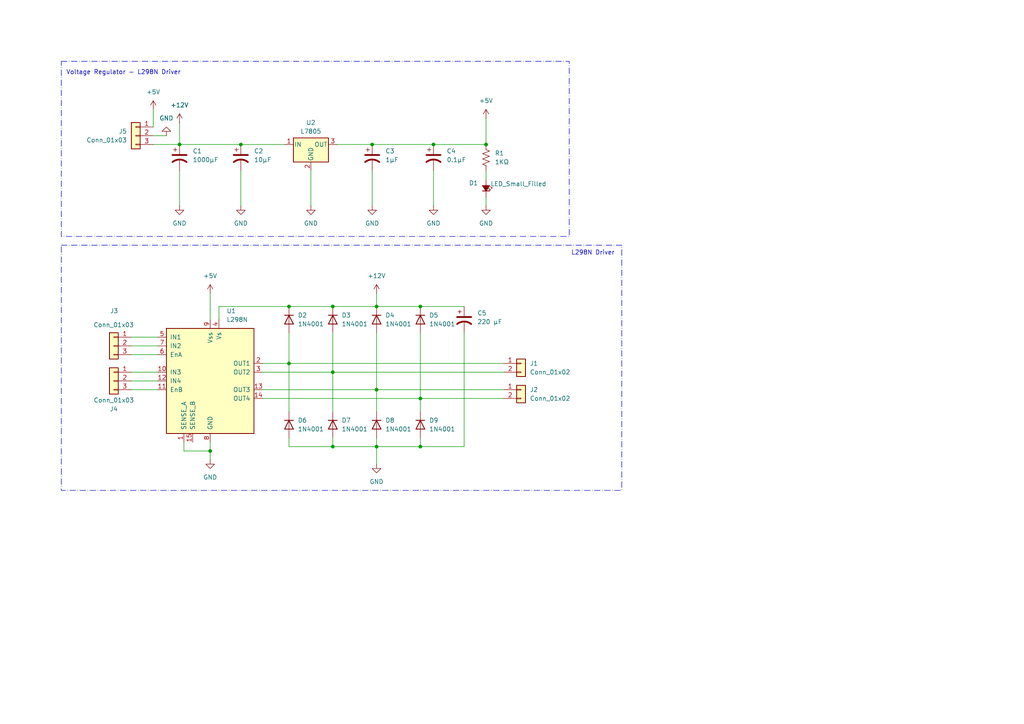
<source format=kicad_sch>
(kicad_sch (version 20231120) (generator "eeschema") (generator_version "8.0")
  (paper "A4")
  (lib_symbols
    (symbol "Connector_Generic:Conn_01x02" (pin_names (offset 1.016) hide)
      (property "Reference" "J" (at 0 2.54 0))
      (property "Value" "Conn_01x02" (at 0 -5.08 0))
      (symbol "Conn_01x02_1_1"
        (rectangle (start -1.27 -2.413) (end 0 -2.667) (stroke (width 0.1524)))
        (rectangle (start -1.27 0.127) (end 0 -0.127) (stroke (width 0.1524)))
        (rectangle (start -1.27 1.27) (end 1.27 -3.81) (stroke (width 0.254)) (fill (type background)))
        (pin passive line (at -5.08 0 0) (length 3.81) (name "Pin_1") (number "1"))
        (pin passive line (at -5.08 -2.54 0) (length 3.81) (name "Pin_2") (number "2"))
      )
    )
    (symbol "Connector_Generic:Conn_01x03" (pin_names (offset 1.016) hide)
      (property "Reference" "J" (at 0 5.08 0))
      (property "Value" "Conn_01x03" (at 0 -5.08 0))
      (symbol "Conn_01x03_1_1"
        (rectangle (start -1.27 -2.413) (end 0 -2.667) (stroke (width 0.1524)))
        (rectangle (start -1.27 0.127) (end 0 -0.127) (stroke (width 0.1524)))
        (rectangle (start -1.27 2.667) (end 0 2.413) (stroke (width 0.1524)))
        (rectangle (start -1.27 3.81) (end 1.27 -3.81) (stroke (width 0.254)) (fill (type background)))
        (pin passive line (at -5.08 2.54 0) (length 3.81) (name "Pin_1") (number "1"))
        (pin passive line (at -5.08 0 0) (length 3.81) (name "Pin_2") (number "2"))
        (pin passive line (at -5.08 -2.54 0) (length 3.81) (name "Pin_3") (number "3"))
      )
    )
    (symbol "Device:C_Polarized_US" (pin_numbers hide) (pin_names (offset 0.254) hide)
      (property "Reference" "C" (at 0.635 2.54 0))
      (property "Value" "C_Polarized_US" (at 0.635 -2.54 0))
      (symbol "C_Polarized_US_0_1"
        (polyline (pts (xy -2.032 0.762) (xy 2.032 0.762)) (stroke (width 0.508)))
        (polyline (pts (xy -1.778 2.286) (xy -0.762 2.286)))
        (polyline (pts (xy -1.27 1.778) (xy -1.27 2.794)))
        (arc (start 2.032 -1.27) (mid 0 -0.5572) (end -2.032 -1.27) (stroke (width 0.508)))
      )
      (symbol "C_Polarized_US_1_1"
        (pin passive line (at 0 3.81 270) (length 2.794) (name "~") (number "1"))
        (pin passive line (at 0 -3.81 90) (length 3.302) (name "~") (number "2"))
      )
    )
    (symbol "Device:LED_Small_Filled" (pin_numbers hide) (pin_names (offset 0.254) hide)
      (property "Reference" "D" (at -1.27 3.175 0))
      (property "Value" "LED_Small_Filled" (at -4.445 -2.54 0))
      (symbol "LED_Small_Filled_0_1"
        (polyline (pts (xy -0.762 -1.016) (xy -0.762 1.016)) (stroke (width 0.254)))
        (polyline (pts (xy 1.016 0) (xy -0.762 0)))
        (polyline (pts (xy 0.762 -1.016) (xy -0.762 0) (xy 0.762 1.016) (xy 0.762 -1.016)) (stroke (width 0.254)) (fill (type outline)))
        (polyline (pts (xy 0 0.762) (xy -0.508 1.27) (xy -0.254 1.27) (xy -0.508 1.27) (xy -0.508 1.016)))
        (polyline (pts (xy 0.508 1.27) (xy 0 1.778) (xy 0.254 1.778) (xy 0 1.778) (xy 0 1.524)))
      )
      (symbol "LED_Small_Filled_1_1"
        (pin passive line (at -2.54 0 0) (length 1.778) (name "K") (number "1"))
        (pin passive line (at 2.54 0 180) (length 1.778) (name "A") (number "2"))
      )
    )
    (symbol "Device:R_US" (pin_numbers hide) (pin_names (offset 0))
      (property "Reference" "R" (at 2.54 0 90))
      (property "Value" "R_US" (at -2.54 0 90))
      (symbol "R_US_0_1"
        (polyline (pts (xy 0 -2.286) (xy 0 -2.54)))
        (polyline (pts (xy 0 2.286) (xy 0 2.54)))
        (polyline (pts (xy 0 -0.762) (xy 1.016 -1.143) (xy 0 -1.524) (xy -1.016 -1.905) (xy 0 -2.286)))
        (polyline (pts (xy 0 0.762) (xy 1.016 0.381) (xy 0 0) (xy -1.016 -0.381) (xy 0 -0.762)))
        (polyline (pts (xy 0 2.286) (xy 1.016 1.905) (xy 0 1.524) (xy -1.016 1.143) (xy 0 0.762)))
      )
      (symbol "R_US_1_1"
        (pin passive line (at 0 3.81 270) (length 1.27) (name "~") (number "1"))
        (pin passive line (at 0 -3.81 90) (length 1.27) (name "~") (number "2"))
      )
    )
    (symbol "Diode:1N4001" (pin_numbers hide) (pin_names hide)
      (property "Reference" "D" (at 0 2.54 0))
      (property "Value" "1N4001" (at 0 -2.54 0))
      (symbol "1N4001_0_1"
        (polyline (pts (xy -1.27 1.27) (xy -1.27 -1.27)) (stroke (width 0.254)))
        (polyline (pts (xy 1.27 0) (xy -1.27 0)))
        (polyline (pts (xy 1.27 1.27) (xy 1.27 -1.27) (xy -1.27 0) (xy 1.27 1.27)) (stroke (width 0.254)))
      )
      (symbol "1N4001_1_1"
        (pin passive line (at -3.81 0 0) (length 2.54) (name "K") (number "1"))
        (pin passive line (at 3.81 0 180) (length 2.54) (name "A") (number "2"))
      )
    )
    (symbol "Driver_Motor:L298N" (pin_names (offset 1.016))
      (property "Reference" "U" (at -10.16 16.51 0))
      (property "Value" "L298N" (at 12.7 16.51 0))
      (symbol "L298N_0_1"
        (rectangle (start -12.7 15.24) (end 12.7 -15.24) (stroke (width 0.254)) (fill (type background)))
      )
      (symbol "L298N_1_1"
        (pin power_in line (at -7.62 -17.78 90) (length 2.54) (name "SENSE_A") (number "1"))
        (pin input line (at -15.24 2.54 0) (length 2.54) (name "IN3") (number "10"))
        (pin input line (at -15.24 -2.54 0) (length 2.54) (name "EnB") (number "11"))
        (pin input line (at -15.24 0 0) (length 2.54) (name "IN4") (number "12"))
        (pin output line (at 15.24 -2.54 180) (length 2.54) (name "OUT3") (number "13"))
        (pin output line (at 15.24 -5.08 180) (length 2.54) (name "OUT4") (number "14"))
        (pin power_in line (at -5.08 -17.78 90) (length 2.54) (name "SENSE_B") (number "15"))
        (pin output line (at 15.24 5.08 180) (length 2.54) (name "OUT1") (number "2"))
        (pin output line (at 15.24 2.54 180) (length 2.54) (name "OUT2") (number "3"))
        (pin power_in line (at 2.54 17.78 270) (length 2.54) (name "Vs") (number "4"))
        (pin input line (at -15.24 12.7 0) (length 2.54) (name "IN1") (number "5"))
        (pin input line (at -15.24 7.62 0) (length 2.54) (name "EnA") (number "6"))
        (pin input line (at -15.24 10.16 0) (length 2.54) (name "IN2") (number "7"))
        (pin power_in line (at 0 -17.78 90) (length 2.54) (name "GND") (number "8"))
        (pin power_in line (at 0 17.78 270) (length 2.54) (name "Vss") (number "9"))
      )
    )
    (symbol "Regulator_Linear:L7805" (pin_names (offset 0.254))
      (property "Reference" "U" (at -3.81 3.175 0))
      (property "Value" "L7805" (at 0 3.175 0))
      (symbol "L7805_0_1"
        (rectangle (start -5.08 1.905) (end 5.08 -5.08) (stroke (width 0.254)) (fill (type background)))
      )
      (symbol "L7805_1_1"
        (pin power_in line (at -7.62 0 0) (length 2.54) (name "IN") (number "1"))
        (pin power_in line (at 0 -7.62 90) (length 2.54) (name "GND") (number "2"))
        (pin power_out line (at 7.62 0 180) (length 2.54) (name "OUT") (number "3"))
      )
    )
    (symbol "power:+12V" (power) (pin_numbers hide) (pin_names (offset 0) hide)
      (property "Value" "+12V" (at 0 3.556 0))
      (symbol "+12V_0_1"
        (polyline (pts (xy -0.762 1.27) (xy 0 2.54)))
        (polyline (pts (xy 0 0) (xy 0 2.54)))
        (polyline (pts (xy 0 2.54) (xy 0.762 1.27)))
      )
      (symbol "+12V_1_1"
        (pin power_in line (at 0 0 90) (length 0) (name "~") (number "1"))
      )
    )
    (symbol "power:+5V" (power) (pin_numbers hide) (pin_names (offset 0) hide)
      (property "Value" "+5V" (at 0 3.556 0))
      (symbol "+5V_0_1"
        (polyline (pts (xy -0.762 1.27) (xy 0 2.54)))
        (polyline (pts (xy 0 0) (xy 0 2.54)))
        (polyline (pts (xy 0 2.54) (xy 0.762 1.27)))
      )
      (symbol "+5V_1_1"
        (pin power_in line (at 0 0 90) (length 0) (name "~") (number "1"))
      )
    )
    (symbol "power:GND" (power) (pin_numbers hide) (pin_names (offset 0) hide)
      (property "Value" "GND" (at 0 -3.81 0))
      (symbol "GND_0_1"
        (polyline (pts (xy 0 0) (xy 0 -1.27) (xy 1.27 -1.27) (xy 0 -2.54) (xy -1.27 -1.27) (xy 0 -1.27)))
      )
      (symbol "GND_1_1"
        (pin power_in line (at 0 0 270) (length 0) (name "~") (number "1"))
      )
    )
  )
  (junction (at 140.97 41.91))
  (junction (at 109.22 113.03))
  (junction (at 96.52 129.54))
  (junction (at 83.82 88.9))
  (junction (at 69.85 41.91))
  (junction (at 96.52 88.9))
  (junction (at 96.52 107.95))
  (junction (at 125.73 41.91))
  (junction (at 52.07 41.91))
  (junction (at 107.95 41.91))
  (junction (at 121.92 88.9))
  (junction (at 121.92 129.54))
  (junction (at 109.22 88.9))
  (junction (at 109.22 129.54))
  (junction (at 83.82 105.41))
  (junction (at 121.92 115.57))
  (junction (at 60.96 130.81))
  (wire (pts (xy 53.34 130.81) (xy 60.96 130.81)))
  (wire (pts (xy 76.2 107.95) (xy 96.52 107.95)))
  (wire (pts (xy 96.52 107.95) (xy 146.05 107.95)))
  (wire (pts (xy 83.82 105.41) (xy 146.05 105.41)))
  (wire (pts (xy 38.1 107.95) (xy 45.72 107.95)))
  (wire (pts (xy 83.82 96.52) (xy 83.82 105.41)))
  (wire (pts (xy 44.45 39.37) (xy 48.26 39.37)))
  (wire (pts (xy 60.96 128.27) (xy 60.96 130.81)))
  (wire (pts (xy 109.22 96.52) (xy 109.22 113.03)))
  (wire (pts (xy 134.62 96.52) (xy 134.62 129.54)))
  (wire (pts (xy 60.96 130.81) (xy 60.96 133.35)))
  (wire (pts (xy 96.52 88.9) (xy 109.22 88.9)))
  (wire (pts (xy 83.82 105.41) (xy 83.82 119.38)))
  (wire (pts (xy 76.2 115.57) (xy 121.92 115.57)))
  (wire (pts (xy 109.22 129.54) (xy 109.22 134.62)))
  (wire (pts (xy 44.45 31.75) (xy 44.45 36.83)))
  (wire (pts (xy 38.1 102.87) (xy 45.72 102.87)))
  (wire (pts (xy 125.73 41.91) (xy 140.97 41.91)))
  (wire (pts (xy 76.2 105.41) (xy 83.82 105.41)))
  (wire (pts (xy 140.97 34.29) (xy 140.97 41.91)))
  (wire (pts (xy 83.82 88.9) (xy 96.52 88.9)))
  (wire (pts (xy 96.52 129.54) (xy 109.22 129.54)))
  (wire (pts (xy 121.92 129.54) (xy 109.22 129.54)))
  (wire (pts (xy 52.07 35.56) (xy 52.07 41.91)))
  (wire (pts (xy 107.95 41.91) (xy 125.73 41.91)))
  (wire (pts (xy 121.92 115.57) (xy 121.92 119.38)))
  (wire (pts (xy 38.1 97.79) (xy 45.72 97.79)))
  (wire (pts (xy 60.96 85.09) (xy 60.96 92.71)))
  (wire (pts (xy 38.1 100.33) (xy 45.72 100.33)))
  (wire (pts (xy 140.97 49.53) (xy 140.97 52.07)))
  (wire (pts (xy 44.45 41.91) (xy 52.07 41.91)))
  (wire (pts (xy 53.34 128.27) (xy 53.34 130.81)))
  (wire (pts (xy 96.52 127) (xy 96.52 129.54)))
  (wire (pts (xy 121.92 88.9) (xy 134.62 88.9)))
  (wire (pts (xy 109.22 85.09) (xy 109.22 88.9)))
  (wire (pts (xy 121.92 127) (xy 121.92 129.54)))
  (wire (pts (xy 96.52 107.95) (xy 96.52 119.38)))
  (wire (pts (xy 97.79 41.91) (xy 107.95 41.91)))
  (wire (pts (xy 109.22 88.9) (xy 121.92 88.9)))
  (wire (pts (xy 52.07 41.91) (xy 69.85 41.91)))
  (wire (pts (xy 140.97 57.15) (xy 140.97 59.69)))
  (wire (pts (xy 38.1 113.03) (xy 45.72 113.03)))
  (wire (pts (xy 107.95 49.53) (xy 107.95 59.69)))
  (wire (pts (xy 121.92 129.54) (xy 134.62 129.54)))
  (wire (pts (xy 83.82 129.54) (xy 96.52 129.54)))
  (wire (pts (xy 109.22 113.03) (xy 146.05 113.03)))
  (wire (pts (xy 96.52 96.52) (xy 96.52 107.95)))
  (wire (pts (xy 63.5 92.71) (xy 63.5 88.9)))
  (wire (pts (xy 52.07 49.53) (xy 52.07 59.69)))
  (wire (pts (xy 69.85 49.53) (xy 69.85 59.69)))
  (wire (pts (xy 38.1 110.49) (xy 45.72 110.49)))
  (wire (pts (xy 121.92 115.57) (xy 146.05 115.57)))
  (wire (pts (xy 90.17 49.53) (xy 90.17 59.69)))
  (wire (pts (xy 109.22 113.03) (xy 109.22 119.38)))
  (wire (pts (xy 76.2 113.03) (xy 109.22 113.03)))
  (wire (pts (xy 109.22 127) (xy 109.22 129.54)))
  (wire (pts (xy 63.5 88.9) (xy 83.82 88.9)))
  (wire (pts (xy 83.82 127) (xy 83.82 129.54)))
  (wire (pts (xy 125.73 49.53) (xy 125.73 59.69)))
  (wire (pts (xy 121.92 96.52) (xy 121.92 115.57)))
  (wire (pts (xy 69.85 41.91) (xy 82.55 41.91)))
  (rectangle (start 17.78 71.12) (end 180.34 142.24) (stroke (width 0) (type dash_dot)))
  (rectangle (start 17.78 17.78) (end 165.1 68.58) (stroke (width 0) (type dash_dot)))
  (text "L298N Driver " (at 172.466 73.406 0) (effects (font (size 1.27 1.27))))
  (text "Voltage Regulator - L298N Driver\n" (at 35.814 21.082 0) (effects (font (size 1.27 1.27))))
  (symbol (lib_id "Device:C_Polarized_US") (at 125.73 45.72 0) (unit 1)
    (property "Reference" "C4" (at 129.54 43.8149 0) (effects (justify left)))
    (property "Value" "0.1µF" (at 129.54 46.3549 0) (effects (justify left)))
    (property "Footprint" "Capacitor_SMD:C_0402_1005Metric" (effects (hide yes)))
    (property "Description" "Polarized capacitor, US symbol" (effects (hide yes)))
  )
  (symbol (lib_id "Device:LED_Small_Filled") (at 140.97 54.61 270) (mirror x) (unit 1)
    (property "Reference" "D1" (at 138.684 53.086 90) (effects (justify right)))
    (property "Value" "LED_Small_Filled" (at 158.496 53.34 90) (effects (justify right)))
    (property "Footprint" "LED_SMD:LED_0402_1005Metric_Pad0.77x0.64mm_HandSolder" (effects (hide yes)))
    (property "Description" "Light emitting diode, small symbol, filled shape" (effects (hide yes)))
  )
  (symbol (lib_id "power:GND") (at 90.17 59.69 0) (unit 1)
    (property "Reference" "#PWR09" (effects (hide yes)))
    (property "Value" "GND" (at 90.17 64.77 0))
    (property "Description" "Power symbol creates a global label with name \"GND\" , ground" (effects (hide yes)))
  )
  (symbol (lib_id "Diode:1N4001") (at 83.82 123.19 270) (unit 1)
    (property "Reference" "D6" (at 86.36 121.9199 90) (effects (justify left)))
    (property "Value" "1N4001" (at 86.36 124.4599 90) (effects (justify left)))
    (property "Footprint" "Diode_SMD:D_0603_1608Metric_Pad1.05x0.95mm_HandSolder" (effects (hide yes)))
    (property "Datasheet" "http://www.vishay.com/docs/88503/1n4001.pdf" (effects (hide yes)))
    (property "Description" "50V 1A General Purpose Rectifier Diode, DO-41" (effects (hide yes)))
    (property "Sim.Device" "D" (effects (hide yes)))
    (property "Sim.Pins" "1=K 2=A" (effects (hide yes)))
  )
  (symbol (lib_id "Diode:1N4001") (at 83.82 92.71 270) (unit 1)
    (property "Reference" "D2" (at 86.36 91.4399 90) (effects (justify left)))
    (property "Value" "1N4001" (at 86.36 93.9799 90) (effects (justify left)))
    (property "Footprint" "Diode_SMD:D_0603_1608Metric_Pad1.05x0.95mm_HandSolder" (effects (hide yes)))
    (property "Datasheet" "http://www.vishay.com/docs/88503/1n4001.pdf" (effects (hide yes)))
    (property "Description" "50V 1A General Purpose Rectifier Diode, DO-41" (effects (hide yes)))
    (property "Sim.Device" "D" (effects (hide yes)))
    (property "Sim.Pins" "1=K 2=A" (effects (hide yes)))
  )
  (symbol (lib_id "Device:C_Polarized_US") (at 134.62 92.71 0) (unit 1)
    (property "Reference" "C5" (at 138.43 90.8049 0) (effects (justify left)))
    (property "Value" "220 µF" (at 138.43 93.3449 0) (effects (justify left)))
    (property "Footprint" "Capacitor_SMD:C_0805_2012Metric" (effects (hide yes)))
    (property "Description" "Polarized capacitor, US symbol" (effects (hide yes)))
  )
  (symbol (lib_id "power:GND") (at 52.07 59.69 0) (unit 1)
    (property "Reference" "#PWR06" (effects (hide yes)))
    (property "Value" "GND" (at 52.07 64.77 0))
    (property "Description" "Power symbol creates a global label with name \"GND\" , ground" (effects (hide yes)))
  )
  (symbol (lib_id "power:GND") (at 140.97 59.69 0) (unit 1)
    (property "Reference" "#PWR05" (effects (hide yes)))
    (property "Value" "GND" (at 140.97 64.77 0))
    (property "Description" "Power symbol creates a global label with name \"GND\" , ground" (effects (hide yes)))
  )
  (symbol (lib_id "Diode:1N4001") (at 109.22 92.71 270) (unit 1)
    (property "Reference" "D4" (at 111.76 91.4399 90) (effects (justify left)))
    (property "Value" "1N4001" (at 111.76 93.9799 90) (effects (justify left)))
    (property "Footprint" "Diode_SMD:D_0603_1608Metric_Pad1.05x0.95mm_HandSolder" (effects (hide yes)))
    (property "Datasheet" "http://www.vishay.com/docs/88503/1n4001.pdf" (effects (hide yes)))
    (property "Description" "50V 1A General Purpose Rectifier Diode, DO-41" (effects (hide yes)))
    (property "Sim.Device" "D" (effects (hide yes)))
    (property "Sim.Pins" "1=K 2=A" (effects (hide yes)))
  )
  (symbol (lib_id "power:+12V") (at 109.22 85.09 0) (unit 1)
    (property "Reference" "#PWR010" (effects (hide yes)))
    (property "Value" "+12V" (at 109.22 80.01 0))
    (property "Description" "Power symbol creates a global label with name \"+12V\"" (effects (hide yes)))
  )
  (symbol (lib_id "Regulator_Linear:L7805") (at 90.17 41.91 0) (unit 1)
    (property "Reference" "U2" (at 90.17 35.56 0))
    (property "Value" "L7805" (at 90.17 38.1 0))
    (property "Footprint" "Package_TO_SOT_THT:TO-262-3-1EP_Horizontal_TabDown" (effects (hide yes)))
    (property "Datasheet" "http://www.st.com/content/ccc/resource/technical/document/datasheet/41/4f/b3/b0/12/d4/47/88/CD00000444.pdf/files/CD00000444.pdf/jcr:content/translations/en.CD00000444.pdf" (effects (hide yes)))
    (property "Description" "Positive 1.5A 35V Linear Regulator, Fixed Output 5V, TO-220/TO-263/TO-252" (effects (hide yes)))
  )
  (symbol (lib_id "Driver_Motor:L298N") (at 60.96 110.49 0) (unit 1)
    (property "Reference" "U1" (at 65.6941 90.17 0) (effects (justify left)))
    (property "Value" "L298N" (at 65.6941 92.71 0) (effects (justify left)))
    (property "Footprint" "footprints:Multiwatt15_V_STM" (effects (hide yes)))
    (property "Datasheet" "http://www.st.com/st-web-ui/static/active/en/resource/technical/document/datasheet/CD00000240.pdf" (effects (hide yes)))
    (property "Description" "Dual full bridge motor driver, up to 46V, 4A, Multiwatt15-V" (effects (hide yes)))
  )
  (symbol (lib_id "Connector_Generic:Conn_01x03") (at 39.37 39.37 0) (mirror y) (unit 1)
    (property "Reference" "J5" (at 36.83 38.0999 0) (effects (justify left)))
    (property "Value" "Conn_01x03" (at 36.83 40.6399 0) (effects (justify left)))
    (property "Footprint" "TerminalBlock_Phoenix:TerminalBlock_Phoenix_MKDS-1,5-3-5.08_1x03_P5.08mm_Horizontal" (effects (hide yes)))
    (property "Description" "Generic connector, single row, 01x03, script generated (kicad-library-utils/schlib/autogen/connector/)" (effects (hide yes)))
  )
  (symbol (lib_id "power:GND") (at 125.73 59.69 0) (unit 1)
    (property "Reference" "#PWR02" (effects (hide yes)))
    (property "Value" "GND" (at 125.73 64.77 0))
    (property "Description" "Power symbol creates a global label with name \"GND\" , ground" (effects (hide yes)))
  )
  (symbol (lib_id "Diode:1N4001") (at 96.52 92.71 270) (unit 1)
    (property "Reference" "D3" (at 99.06 91.4399 90) (effects (justify left)))
    (property "Value" "1N4001" (at 99.06 93.9799 90) (effects (justify left)))
    (property "Footprint" "Diode_SMD:D_0603_1608Metric_Pad1.05x0.95mm_HandSolder" (effects (hide yes)))
    (property "Datasheet" "http://www.vishay.com/docs/88503/1n4001.pdf" (effects (hide yes)))
    (property "Description" "50V 1A General Purpose Rectifier Diode, DO-41" (effects (hide yes)))
    (property "Sim.Device" "D" (effects (hide yes)))
    (property "Sim.Pins" "1=K 2=A" (effects (hide yes)))
  )
  (symbol (lib_id "Device:C_Polarized_US") (at 52.07 45.72 0) (unit 1)
    (property "Reference" "C1" (at 55.88 43.8149 0) (effects (justify left)))
    (property "Value" "1000µF" (at 55.88 46.3549 0) (effects (justify left)))
    (property "Footprint" "Capacitor_THT:CP_Radial_D5.0mm_P2.50mm" (effects (hide yes)))
    (property "Description" "Polarized capacitor, US symbol" (effects (hide yes)))
  )
  (symbol (lib_id "power:GND") (at 60.96 133.35 0) (unit 1)
    (property "Reference" "#PWR03" (effects (hide yes)))
    (property "Value" "GND" (at 60.96 138.43 0))
    (property "Description" "Power symbol creates a global label with name \"GND\" , ground" (effects (hide yes)))
  )
  (symbol (lib_id "power:GND") (at 109.22 134.62 0) (unit 1)
    (property "Reference" "#PWR04" (effects (hide yes)))
    (property "Value" "GND" (at 109.22 139.7 0))
    (property "Description" "Power symbol creates a global label with name \"GND\" , ground" (effects (hide yes)))
  )
  (symbol (lib_id "power:+12V") (at 52.07 35.56 0) (unit 1)
    (property "Reference" "#PWR013" (effects (hide yes)))
    (property "Value" "+12V" (at 52.07 30.48 0))
    (property "Description" "Power symbol creates a global label with name \"+12V\"" (effects (hide yes)))
  )
  (symbol (lib_id "Diode:1N4001") (at 121.92 92.71 270) (unit 1)
    (property "Reference" "D5" (at 124.46 91.4399 90) (effects (justify left)))
    (property "Value" "1N4001" (at 124.46 93.9799 90) (effects (justify left)))
    (property "Footprint" "Diode_SMD:D_0603_1608Metric_Pad1.05x0.95mm_HandSolder" (effects (hide yes)))
    (property "Datasheet" "http://www.vishay.com/docs/88503/1n4001.pdf" (effects (hide yes)))
    (property "Description" "50V 1A General Purpose Rectifier Diode, DO-41" (effects (hide yes)))
    (property "Sim.Device" "D" (effects (hide yes)))
    (property "Sim.Pins" "1=K 2=A" (effects (hide yes)))
  )
  (symbol (lib_id "Device:R_US") (at 140.97 45.72 0) (unit 1)
    (property "Reference" "R1" (at 143.51 44.4499 0) (effects (justify left)))
    (property "Value" "1KΩ" (at 143.51 46.9899 0) (effects (justify left)))
    (property "Footprint" "Resistor_SMD:R_0805_2012Metric" (effects (hide yes)))
    (property "Description" "Resistor, US symbol" (effects (hide yes)))
  )
  (symbol (lib_id "power:GND") (at 69.85 59.69 0) (unit 1)
    (property "Reference" "#PWR07" (effects (hide yes)))
    (property "Value" "GND" (at 69.85 64.77 0))
    (property "Description" "Power symbol creates a global label with name \"GND\" , ground" (effects (hide yes)))
  )
  (symbol (lib_id "Device:C_Polarized_US") (at 107.95 45.72 0) (unit 1)
    (property "Reference" "C3" (at 111.76 43.8149 0) (effects (justify left)))
    (property "Value" "1µF" (at 111.76 46.3549 0) (effects (justify left)))
    (property "Footprint" "Capacitor_SMD:C_0402_1005Metric" (effects (hide yes)))
    (property "Description" "Polarized capacitor, US symbol" (effects (hide yes)))
  )
  (symbol (lib_id "Diode:1N4001") (at 96.52 123.19 270) (unit 1)
    (property "Reference" "D7" (at 99.06 121.9199 90) (effects (justify left)))
    (property "Value" "1N4001" (at 99.06 124.4599 90) (effects (justify left)))
    (property "Footprint" "Diode_SMD:D_0603_1608Metric_Pad1.05x0.95mm_HandSolder" (effects (hide yes)))
    (property "Datasheet" "http://www.vishay.com/docs/88503/1n4001.pdf" (effects (hide yes)))
    (property "Description" "50V 1A General Purpose Rectifier Diode, DO-41" (effects (hide yes)))
    (property "Sim.Device" "D" (effects (hide yes)))
    (property "Sim.Pins" "1=K 2=A" (effects (hide yes)))
  )
  (symbol (lib_id "power:GND") (at 107.95 59.69 0) (unit 1)
    (property "Reference" "#PWR01" (effects (hide yes)))
    (property "Value" "GND" (at 107.95 64.77 0))
    (property "Description" "Power symbol creates a global label with name \"GND\" , ground" (effects (hide yes)))
  )
  (symbol (lib_id "Connector_Generic:Conn_01x02") (at 151.13 113.03 0) (unit 1)
    (property "Reference" "J2" (at 153.67 113.0299 0) (effects (justify left)))
    (property "Value" "Conn_01x02" (at 153.67 115.5699 0) (effects (justify left)))
    (property "Footprint" "TerminalBlock_Phoenix:TerminalBlock_Phoenix_MKDS-1,5-2_1x02_P5.00mm_Horizontal" (effects (hide yes)))
    (property "Description" "Generic connector, single row, 01x02, script generated (kicad-library-utils/schlib/autogen/connector/)" (effects (hide yes)))
  )
  (symbol (lib_id "Connector_Generic:Conn_01x03") (at 33.02 110.49 0) (mirror y) (unit 1)
    (property "Reference" "J4" (at 33.02 118.618 0))
    (property "Value" "Conn_01x03" (at 33.02 116.078 0))
    (property "Footprint" "Connector_PinSocket_1.00mm:PinSocket_1x03_P1.00mm_Vertical" (effects (hide yes)))
    (property "Description" "Generic connector, single row, 01x03, script generated (kicad-library-utils/schlib/autogen/connector/)" (effects (hide yes)))
  )
  (symbol (lib_id "power:+5V") (at 140.97 34.29 0) (unit 1)
    (property "Reference" "#PWR012" (effects (hide yes)))
    (property "Value" "+5V" (at 140.97 29.21 0))
    (property "Description" "Power symbol creates a global label with name \"+5V\"" (effects (hide yes)))
  )
  (symbol (lib_id "power:+5V") (at 44.45 31.75 0) (unit 1)
    (property "Reference" "#PWR014" (effects (hide yes)))
    (property "Value" "+5V" (at 44.45 26.67 0))
    (property "Description" "Power symbol creates a global label with name \"+5V\"" (effects (hide yes)))
  )
  (symbol (lib_id "Connector_Generic:Conn_01x03") (at 33.02 100.33 0) (mirror y) (unit 1)
    (property "Reference" "J3" (at 34.29 90.17 0) (effects (justify left)))
    (property "Value" "Conn_01x03" (at 38.862 94.234 0) (effects (justify left)))
    (property "Footprint" "Connector_PinSocket_1.00mm:PinSocket_1x03_P1.00mm_Vertical" (effects (hide yes)))
    (property "Description" "Generic connector, single row, 01x03, script generated (kicad-library-utils/schlib/autogen/connector/)" (effects (hide yes)))
  )
  (symbol (lib_id "Device:C_Polarized_US") (at 69.85 45.72 0) (unit 1)
    (property "Reference" "C2" (at 73.66 43.8149 0) (effects (justify left)))
    (property "Value" "10µF" (at 73.66 46.3549 0) (effects (justify left)))
    (property "Footprint" "Capacitor_THT:CP_Radial_D4.0mm_P1.50mm" (effects (hide yes)))
    (property "Description" "Polarized capacitor, US symbol" (effects (hide yes)))
  )
  (symbol (lib_id "power:+5V") (at 60.96 85.09 0) (unit 1)
    (property "Reference" "#PWR011" (effects (hide yes)))
    (property "Value" "+5V" (at 60.96 80.01 0))
    (property "Description" "Power symbol creates a global label with name \"+5V\"" (effects (hide yes)))
  )
  (symbol (lib_id "power:GND") (at 48.26 39.37 180) (unit 1)
    (property "Reference" "#PWR08" (effects (hide yes)))
    (property "Value" "GND" (at 48.26 34.29 0))
    (property "Description" "Power symbol creates a global label with name \"GND\" , ground" (effects (hide yes)))
  )
  (symbol (lib_id "Diode:1N4001") (at 121.92 123.19 270) (unit 1)
    (property "Reference" "D9" (at 124.46 121.9199 90) (effects (justify left)))
    (property "Value" "1N4001" (at 124.46 124.4599 90) (effects (justify left)))
    (property "Footprint" "Diode_SMD:D_0603_1608Metric_Pad1.05x0.95mm_HandSolder" (effects (hide yes)))
    (property "Datasheet" "http://www.vishay.com/docs/88503/1n4001.pdf" (effects (hide yes)))
    (property "Description" "50V 1A General Purpose Rectifier Diode, DO-41" (effects (hide yes)))
    (property "Sim.Device" "D" (effects (hide yes)))
    (property "Sim.Pins" "1=K 2=A" (effects (hide yes)))
  )
  (symbol (lib_id "Connector_Generic:Conn_01x02") (at 151.13 105.41 0) (unit 1)
    (property "Reference" "J1" (at 153.67 105.4099 0) (effects (justify left)))
    (property "Value" "Conn_01x02" (at 153.67 107.9499 0) (effects (justify left)))
    (property "Footprint" "TerminalBlock_Phoenix:TerminalBlock_Phoenix_MKDS-1,5-2_1x02_P5.00mm_Horizontal" (effects (hide yes)))
    (property "Description" "Generic connector, single row, 01x02, script generated (kicad-library-utils/schlib/autogen/connector/)" (effects (hide yes)))
  )
  (symbol (lib_id "Diode:1N4001") (at 109.22 123.19 270) (unit 1)
    (property "Reference" "D8" (at 111.76 121.9199 90) (effects (justify left)))
    (property "Value" "1N4001" (at 111.76 124.4599 90) (effects (justify left)))
    (property "Footprint" "Diode_SMD:D_0603_1608Metric_Pad1.05x0.95mm_HandSolder" (effects (hide yes)))
    (property "Datasheet" "http://www.vishay.com/docs/88503/1n4001.pdf" (effects (hide yes)))
    (property "Description" "50V 1A General Purpose Rectifier Diode, DO-41" (effects (hide yes)))
    (property "Sim.Device" "D" (effects (hide yes)))
    (property "Sim.Pins" "1=K 2=A" (effects (hide yes)))
  )
)
</source>
